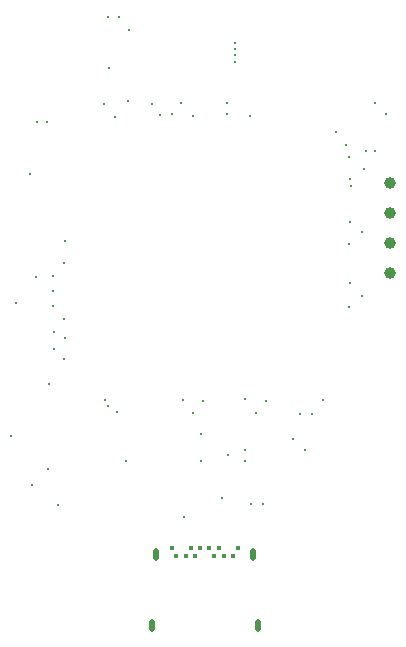
<source format=gbr>
%TF.GenerationSoftware,KiCad,Pcbnew,9.0.7*%
%TF.CreationDate,2026-01-05T08:55:30-05:00*%
%TF.ProjectId,Serene Mini,53657265-6e65-4204-9d69-6e692e6b6963,rev?*%
%TF.SameCoordinates,Original*%
%TF.FileFunction,Plated,1,6,PTH,Mixed*%
%TF.FilePolarity,Positive*%
%FSLAX46Y46*%
G04 Gerber Fmt 4.6, Leading zero omitted, Abs format (unit mm)*
G04 Created by KiCad (PCBNEW 9.0.7) date 2026-01-05 08:55:30*
%MOMM*%
%LPD*%
G01*
G04 APERTURE LIST*
%TA.AperFunction,ComponentDrill*%
%ADD10C,0.150000*%
%TD*%
%TA.AperFunction,ViaDrill*%
%ADD11C,0.300000*%
%TD*%
%TA.AperFunction,ComponentDrill*%
%ADD12C,0.400000*%
%TD*%
G04 aperture for slot hole*
%TA.AperFunction,ComponentDrill*%
%ADD13C,0.500000*%
%TD*%
%TA.AperFunction,ComponentDrill*%
%ADD14C,1.000000*%
%TD*%
G04 APERTURE END LIST*
D10*
%TO.C,U5*%
X25450000Y-28650000D03*
X25800000Y-27250000D03*
X25800000Y-27600000D03*
X26150000Y-27950000D03*
X26150000Y-29000000D03*
X26500000Y-27250000D03*
X26500000Y-27950000D03*
X27200000Y-27600000D03*
X27200000Y-28300000D03*
%TD*%
D11*
X17147500Y-60850000D03*
X17550000Y-49590000D03*
X18720000Y-38700000D03*
X18900000Y-64980000D03*
X19260000Y-47430000D03*
X19350000Y-34290000D03*
X20160000Y-34290000D03*
X20250000Y-63630000D03*
X20340000Y-56430000D03*
X20700000Y-47340000D03*
X20700000Y-48600000D03*
X20700000Y-49860000D03*
X20790000Y-52020000D03*
X20790000Y-53460000D03*
X21060000Y-66690000D03*
X21600000Y-46170000D03*
X21600000Y-50940000D03*
X21600000Y-54360000D03*
X21690000Y-44370000D03*
X21690000Y-52560000D03*
X25020000Y-32760000D03*
X25110000Y-57780000D03*
X25290000Y-25380000D03*
X25290000Y-58296000D03*
X25380000Y-29700000D03*
X25920000Y-33840000D03*
X26100000Y-58860000D03*
X26280000Y-25380000D03*
X26880000Y-62960000D03*
X27000000Y-32490000D03*
X27090000Y-26460000D03*
X29040000Y-32720000D03*
X29760000Y-33680000D03*
X30720000Y-33600000D03*
X31520000Y-32640000D03*
X31680000Y-57840000D03*
X31760000Y-67680000D03*
X32480000Y-33760000D03*
X32480000Y-58880000D03*
X33200000Y-60720000D03*
X33200000Y-62960000D03*
X33360000Y-57920000D03*
X34960000Y-66060000D03*
X35440000Y-32640000D03*
X35440000Y-33600000D03*
X35520000Y-62480000D03*
X36090000Y-27540000D03*
X36090000Y-28080000D03*
X36090000Y-28620000D03*
X36090000Y-29160003D03*
X36880000Y-57760000D03*
X36960000Y-62000000D03*
X36960000Y-62960000D03*
X37360000Y-33760000D03*
X37440000Y-66640000D03*
X37840000Y-58880000D03*
X38480000Y-66640000D03*
X38720000Y-57920000D03*
X40960000Y-61120000D03*
X41600000Y-58960000D03*
X42000000Y-62000000D03*
X42560000Y-58960000D03*
X43520000Y-57840000D03*
X44640000Y-35100000D03*
X45440000Y-36240000D03*
X45760000Y-37200000D03*
X45760000Y-44560000D03*
X45760000Y-49920000D03*
X45840000Y-39120000D03*
X45840000Y-42720000D03*
X45840000Y-47920000D03*
X45920000Y-39680000D03*
X46800000Y-43600000D03*
X46800000Y-48960000D03*
X46960000Y-38240000D03*
X47200000Y-36700000D03*
X47920000Y-36720000D03*
X47970000Y-32670000D03*
X48900000Y-33570000D03*
D12*
%TO.C,J1*%
X30710000Y-70310000D03*
X31110000Y-71010000D03*
X31910000Y-71010000D03*
X32310000Y-70310000D03*
X32710000Y-71010000D03*
X33110000Y-70310000D03*
X33910000Y-70310000D03*
X34310000Y-71010000D03*
X34710000Y-70310000D03*
X35110000Y-71010000D03*
X35910000Y-71010000D03*
X36310000Y-70310000D03*
D13*
X29020000Y-77160000D02*
X29020000Y-76560000D01*
X29380000Y-71210000D02*
X29380000Y-70610000D01*
X37640000Y-71210000D02*
X37640000Y-70610000D01*
X38000000Y-77160000D02*
X38000000Y-76560000D01*
D14*
%TO.C,J2*%
X49230000Y-39450000D03*
X49230000Y-41990000D03*
X49230000Y-44530000D03*
X49230000Y-47070000D03*
M02*

</source>
